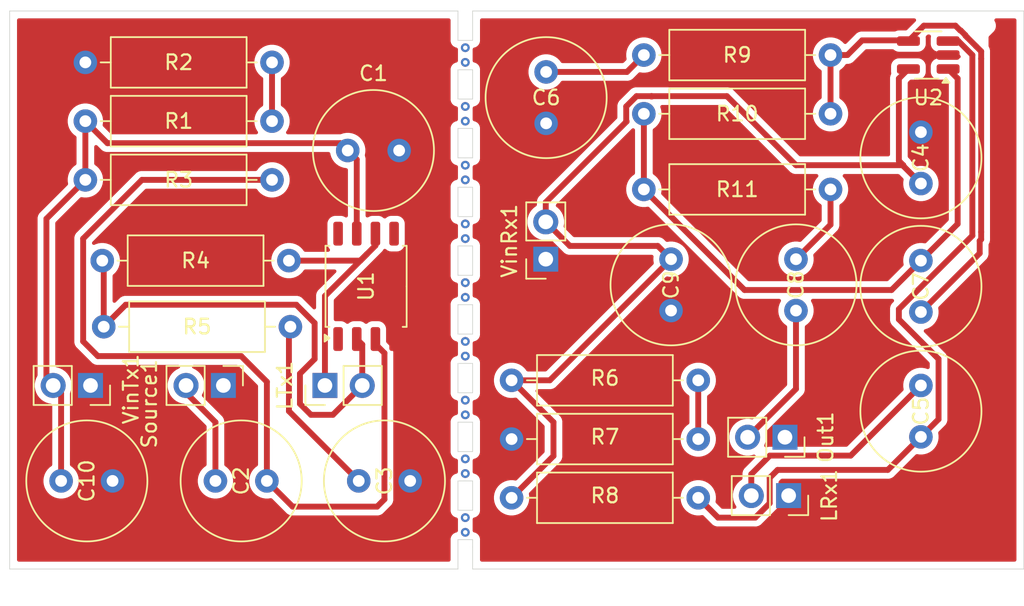
<source format=kicad_pcb>
(kicad_pcb (version 20241229) (generator "pcbnew") (generator_version "9.0")
  (layers (0 "F.Cu" signal) (2 "B.Cu" signal) (13 "F.Paste" user) (15 "B.Paste" user) (5 "F.SilkS" user "F.Silkscreen") (7 "B.SilkS" user "B.Silkscreen") (1 "F.Mask" user) (3 "B.Mask" user) (25 "Edge.Cuts" user))
  (net 0 "")
  (net 1 "GND2")
  (net 2 "GND1")
  (net 3 "VCC")
  (net 4 "Net-(Source1-Pin_2)")
  (net 5 "Net-(U1A-+)")
  (net 6 "Net-(C3-Pad1)")
  (net 7 "VDD")
  (net 8 "Net-(U2A-+)")
  (net 9 "Net-(C6-Pad1)")
  (net 10 "Net-(C7-Pad1)")
  (net 11 "Net-(U2A--)")
  (net 12 "Net-(C8-Pad1)")
  (net 13 "Net-(R1-Pad2)")
  (net 14 "Net-(LTx1-Pin_1)")
  (net 15 "Net-(LTx1-Pin_2)")
  (net 16 "Net-(R6-Pad2)")
  (net 17 "Net-(LRx1-Pin_2)")
  (net 18 "Net-(Out1-Pin_2)")
  (footprint "Resistor_THT:R_Axial_DIN0309_L9.0mm_D3.2mm_P12.70mm_Horizontal" (layer "F.Cu") (at 68.5 50 180)
    (property "Reference" "R4" (at 6.35 0 0) (layer "F.SilkS"))
    (property "Value" "R")
    (fp_line (start 11.66 0) (end 10.97 0) (stroke (width 0.12)) (layer "F.SilkS"))
    (fp_line (start 10.97 1.72) (end 10.97 -1.72) (stroke (width 0.12)) (layer "F.SilkS"))
    (fp_line (start 10.97 -1.72) (end 1.73 -1.72) (stroke (width 0.12)) (layer "F.SilkS"))
    (fp_line (start 1.73 1.72) (end 10.97 1.72) (stroke (width 0.12)) (layer "F.SilkS"))
    (fp_line (start 1.73 -1.72) (end 1.73 1.72) (stroke (width 0.12)) (layer "F.SilkS"))
    (fp_line (start 1.04 0) (end 1.73 0) (stroke (width 0.12)) (layer "F.SilkS"))
    (pad "1" thru_hole circle (at 0 0 180) (size 1.6 1.6) (drill 0.8) (layers "*.Cu" "*.Mask") (net 14 "Net-(LTx1-Pin_1)"))
    (pad "2" thru_hole oval (at 12.7 0 180) (size 1.6 1.6) (drill 0.8) (layers "*.Cu" "*.Mask") (net 15 "Net-(LTx1-Pin_2)"))
  )
  (footprint "Resistor_THT:R_Axial_DIN0309_L9.0mm_D3.2mm_P12.70mm_Horizontal" (layer "F.Cu") (at 54.65 40.5)
    (property "Reference" "R1" (at 6.35 0 0) (layer "F.SilkS"))
    (property "Value" "R")
    (fp_line (start 1.04 0) (end 1.73 0) (stroke (width 0.12)) (layer "F.SilkS"))
    (fp_line (start 1.73 -1.72) (end 1.73 1.72) (stroke (width 0.12)) (layer "F.SilkS"))
    (fp_line (start 1.73 1.72) (end 10.97 1.72) (stroke (width 0.12)) (layer "F.SilkS"))
    (fp_line (start 10.97 -1.72) (end 1.73 -1.72) (stroke (width 0.12)) (layer "F.SilkS"))
    (fp_line (start 10.97 1.72) (end 10.97 -1.72) (stroke (width 0.12)) (layer "F.SilkS"))
    (fp_line (start 11.66 0) (end 10.97 0) (stroke (width 0.12)) (layer "F.SilkS"))
    (pad "1" thru_hole circle (at 0 0) (size 1.6 1.6) (drill 0.8) (layers "*.Cu" "*.Mask") (net 3 "VCC"))
    (pad "2" thru_hole oval (at 12.7 0) (size 1.6 1.6) (drill 0.8) (layers "*.Cu" "*.Mask") (net 13 "Net-(R1-Pad2)"))
  )
  (footprint "Capacitor_THT:C_Radial_D8.0mm_H11.5mm_P3.50mm" (layer "F.Cu") (at 72.5 42.5)
    (property "Reference" "C1" (at 1.75 -5.25 0) (layer "F.SilkS"))
    (property "Value" "C")
    (fp_circle (center 1.75 0) (end 5.87 0) (stroke (width 0.12)) (fill no) (layer "F.SilkS"))
    (pad "1" thru_hole circle (at 0 0) (size 1.6 1.6) (drill 0.8) (layers "*.Cu" "*.Mask") (net 3 "VCC"))
    (pad "2" thru_hole circle (at 3.5 0) (size 1.6 1.6) (drill 0.8) (layers "*.Cu" "*.Mask") (net 2 "GND1"))
  )
  (footprint "Capacitor_THT:C_Radial_D8.0mm_H11.5mm_P3.50mm" (layer "F.Cu") (at 111.5 50 -90)
    (property "Reference" "C7" (at 1.75 0 90) (layer "F.SilkS"))
    (property "Value" "C")
    (fp_circle (center 1.75 0) (end 5.87 0) (stroke (width 0.12)) (fill no) (layer "F.SilkS"))
    (pad "1" thru_hole circle (at 0 0 270) (size 1.6 1.6) (drill 0.8) (layers "*.Cu" "*.Mask") (net 10 "Net-(C7-Pad1)"))
    (pad "2" thru_hole circle (at 3.5 0 270) (size 1.6 1.6) (drill 0.8) (layers "*.Cu" "*.Mask") (net 11 "Net-(U2A--)"))
  )
  (footprint "Capacitor_THT:C_Radial_D8.0mm_H11.5mm_P3.50mm" (layer "F.Cu") (at 67 65 180)
    (property "Reference" "C2" (at 1.75 0 90) (layer "F.SilkS"))
    (property "Value" "C")
    (fp_circle (center 1.75 0) (end 5.87 0) (stroke (width 0.12)) (fill no) (layer "F.SilkS"))
    (pad "1" thru_hole circle (at 0 0 180) (size 1.6 1.6) (drill 0.8) (layers "*.Cu" "*.Mask") (net 5 "Net-(U1A-+)"))
    (pad "2" thru_hole circle (at 3.5 0 180) (size 1.6 1.6) (drill 0.8) (layers "*.Cu" "*.Mask") (net 4 "Net-(Source1-Pin_2)"))
  )
  (footprint "Resistor_THT:R_Axial_DIN0309_L9.0mm_D3.2mm_P12.70mm_Horizontal" (layer "F.Cu") (at 55.9 54.5)
    (property "Reference" "R5" (at 6.35 0 0) (layer "F.SilkS"))
    (property "Value" "R")
    (fp_line (start 1.04 0) (end 1.73 0) (stroke (width 0.12)) (layer "F.SilkS"))
    (fp_line (start 1.73 -1.72) (end 1.73 1.72) (stroke (width 0.12)) (layer "F.SilkS"))
    (fp_line (start 1.73 1.72) (end 10.97 1.72) (stroke (width 0.12)) (layer "F.SilkS"))
    (fp_line (start 10.97 -1.72) (end 1.73 -1.72) (stroke (width 0.12)) (layer "F.SilkS"))
    (fp_line (start 10.97 1.72) (end 10.97 -1.72) (stroke (width 0.12)) (layer "F.SilkS"))
    (fp_line (start 11.66 0) (end 10.97 0) (stroke (width 0.12)) (layer "F.SilkS"))
    (pad "1" thru_hole circle (at 0 0) (size 1.6 1.6) (drill 0.8) (layers "*.Cu" "*.Mask") (net 15 "Net-(LTx1-Pin_2)"))
    (pad "2" thru_hole oval (at 12.7 0) (size 1.6 1.6) (drill 0.8) (layers "*.Cu" "*.Mask") (net 6 "Net-(C3-Pad1)"))
  )
  (footprint "Connector_PinSocket_2.54mm:PinSocket_1x02_P2.54mm_Vertical" (layer "F.Cu") (at 102.25 62.025 -90)
    (property "Reference" "Out1" (at 0 -2.77 90) (layer "F.SilkS"))
    (property "Value" "Conn_01x02_Socket")
    (fp_line (start -1.33 3.87) (end 1.33 3.87) (stroke (width 0.12)) (layer "F.SilkS"))
    (fp_line (start -1.33 1.27) (end -1.33 3.87) (stroke (width 0.12)) (layer "F.SilkS"))
    (fp_line (start -1.33 1.27) (end 1.33 1.27) (stroke (width 0.12)) (layer "F.SilkS"))
    (fp_line (start 1.33 1.27) (end 1.33 3.87) (stroke (width 0.12)) (layer "F.SilkS"))
    (fp_line (start 0 -1.33) (end 1.33 -1.33) (stroke (width 0.12)) (layer "F.SilkS"))
    (fp_line (start 1.33 -1.33) (end 1.33 0) (stroke (width 0.12)) (layer "F.SilkS"))
    (pad "1" thru_hole rect (at 0 0 270) (size 1.7 1.7) (drill 1) (layers "*.Cu" "*.Mask") (net 1 "GND2"))
    (pad "2" thru_hole oval (at 0 2.54 270) (size 1.7 1.7) (drill 1) (layers "*.Cu" "*.Mask") (net 18 "Net-(Out1-Pin_2)"))
  )
  (footprint "Resistor_THT:R_Axial_DIN0309_L9.0mm_D3.2mm_P12.70mm_Horizontal" (layer "F.Cu") (at 105.35 36 180)
    (property "Reference" "R9" (at 6.35 0 0) (layer "F.SilkS"))
    (property "Value" "R")
    (fp_line (start 11.66 0) (end 10.97 0) (stroke (width 0.12)) (layer "F.SilkS"))
    (fp_line (start 10.97 1.72) (end 10.97 -1.72) (stroke (width 0.12)) (layer "F.SilkS"))
    (fp_line (start 10.97 -1.72) (end 1.73 -1.72) (stroke (width 0.12)) (layer "F.SilkS"))
    (fp_line (start 1.73 1.72) (end 10.97 1.72) (stroke (width 0.12)) (layer "F.SilkS"))
    (fp_line (start 1.73 -1.72) (end 1.73 1.72) (stroke (width 0.12)) (layer "F.SilkS"))
    (fp_line (start 1.04 0) (end 1.73 0) (stroke (width 0.12)) (layer "F.SilkS"))
    (pad "1" thru_hole circle (at 0 0 180) (size 1.6 1.6) (drill 0.8) (layers "*.Cu" "*.Mask") (net 11 "Net-(U2A--)"))
    (pad "2" thru_hole oval (at 12.7 0 180) (size 1.6 1.6) (drill 0.8) (layers "*.Cu" "*.Mask") (net 9 "Net-(C6-Pad1)"))
  )
  (footprint "Capacitor_THT:C_Radial_D8.0mm_H11.5mm_P3.50mm" (layer "F.Cu") (at 111.5 62 90)
    (property "Reference" "C5" (at 1.75 0 90) (layer "F.SilkS"))
    (property "Value" "C")
    (fp_circle (center 1.75 0) (end 5.87 0) (stroke (width 0.12)) (fill no) (layer "F.SilkS"))
    (pad "1" thru_hole circle (at 0 0 90) (size 1.6 1.6) (drill 0.8) (layers "*.Cu" "*.Mask") (net 8 "Net-(U2A-+)"))
    (pad "2" thru_hole circle (at 3.5 0 90) (size 1.6 1.6) (drill 0.8) (layers "*.Cu" "*.Mask") (net 17 "Net-(LRx1-Pin_2)"))
  )
  (footprint "Capacitor_THT:C_Radial_D8.0mm_H11.5mm_P3.50mm" (layer "F.Cu") (at 53 65)
    (property "Reference" "C10" (at 1.75 0 90) (layer "F.SilkS"))
    (property "Value" "C")
    (fp_circle (center 1.75 0) (end 5.87 0) (stroke (width 0.12)) (fill no) (layer "F.SilkS"))
    (pad "1" thru_hole circle (at 0 0) (size 1.6 1.6) (drill 0.8) (layers "*.Cu" "*.Mask") (net 3 "VCC"))
    (pad "2" thru_hole circle (at 3.5 0) (size 1.6 1.6) (drill 0.8) (layers "*.Cu" "*.Mask") (net 2 "GND1"))
  )
  (footprint "Resistor_THT:R_Axial_DIN0309_L9.0mm_D3.2mm_P12.70mm_Horizontal" (layer "F.Cu") (at 83.65 58.15)
    (property "Reference" "R6" (at 6.35 -0.15 0) (layer "F.SilkS"))
    (property "Value" "R")
    (fp_line (start 1.04 0) (end 1.73 0) (stroke (width 0.12)) (layer "F.SilkS"))
    (fp_line (start 1.73 -1.72) (end 1.73 1.72) (stroke (width 0.12)) (layer "F.SilkS"))
    (fp_line (start 1.73 1.72) (end 10.97 1.72) (stroke (width 0.12)) (layer "F.SilkS"))
    (fp_line (start 10.97 -1.72) (end 1.73 -1.72) (stroke (width 0.12)) (layer "F.SilkS"))
    (fp_line (start 10.97 1.72) (end 10.97 -1.72) (stroke (width 0.12)) (layer "F.SilkS"))
    (fp_line (start 11.66 0) (end 10.97 0) (stroke (width 0.12)) (layer "F.SilkS"))
    (pad "1" thru_hole circle (at 0 0) (size 1.6 1.6) (drill 0.8) (layers "*.Cu" "*.Mask") (net 7 "VDD"))
    (pad "2" thru_hole oval (at 12.7 0) (size 1.6 1.6) (drill 0.8) (layers "*.Cu" "*.Mask") (net 16 "Net-(R6-Pad2)"))
  )
  (footprint "Resistor_THT:R_Axial_DIN0309_L9.0mm_D3.2mm_P12.70mm_Horizontal" (layer "F.Cu") (at 92.65 40)
    (property "Reference" "R10" (at 6.35 0 0) (layer "F.SilkS"))
    (property "Value" "R")
    (fp_line (start 1.04 0) (end 1.73 0) (stroke (width 0.12)) (layer "F.SilkS"))
    (fp_line (start 1.73 -1.72) (end 1.73 1.72) (stroke (width 0.12)) (layer "F.SilkS"))
    (fp_line (start 1.73 1.72) (end 10.97 1.72) (stroke (width 0.12)) (layer "F.SilkS"))
    (fp_line (start 10.97 -1.72) (end 1.73 -1.72) (stroke (width 0.12)) (layer "F.SilkS"))
    (fp_line (start 10.97 1.72) (end 10.97 -1.72) (stroke (width 0.12)) (layer "F.SilkS"))
    (fp_line (start 11.66 0) (end 10.97 0) (stroke (width 0.12)) (layer "F.SilkS"))
    (pad "1" thru_hole circle (at 0 0) (size 1.6 1.6) (drill 0.8) (layers "*.Cu" "*.Mask") (net 10 "Net-(C7-Pad1)"))
    (pad "2" thru_hole oval (at 12.7 0) (size 1.6 1.6) (drill 0.8) (layers "*.Cu" "*.Mask") (net 11 "Net-(U2A--)"))
  )
  (footprint "Capacitor_THT:C_Radial_D8.0mm_H11.5mm_P3.50mm" (layer "F.Cu") (at 94.5 49.9 -90)
    (property "Reference" "C9" (at 1.75 0 90) (layer "F.SilkS"))
    (property "Value" "C")
    (fp_circle (center 1.75 0) (end 5.87 0) (stroke (width 0.12)) (fill no) (layer "F.SilkS"))
    (pad "1" thru_hole circle (at 0 0 270) (size 1.6 1.6) (drill 0.8) (layers "*.Cu" "*.Mask") (net 7 "VDD"))
    (pad "2" thru_hole circle (at 3.5 0 270) (size 1.6 1.6) (drill 0.8) (layers "*.Cu" "*.Mask") (net 1 "GND2"))
  )
  (footprint "Connector_PinHeader_2.54mm:PinHeader_1x02_P2.54mm_Vertical" (layer "F.Cu") (at 64.04 58.5 -90)
    (property "Reference" "Source1" (at 1.25 5.04 90) (layer "F.SilkS"))
    (property "Value" "Conn_01x02_Socket")
    (fp_line (start -1.33 3.87) (end 1.33 3.87) (stroke (width 0.12)) (layer "F.SilkS"))
    (fp_line (start -1.33 1.27) (end -1.33 3.87) (stroke (width 0.12)) (layer "F.SilkS"))
    (fp_line (start -1.33 1.27) (end 1.33 1.27) (stroke (width 0.12)) (layer "F.SilkS"))
    (fp_line (start 1.33 1.27) (end 1.33 3.87) (stroke (width 0.12)) (layer "F.SilkS"))
    (fp_line (start -1.33 0) (end -1.33 -1.33) (stroke (width 0.12)) (layer "F.SilkS"))
    (fp_line (start -1.33 -1.33) (end 0 -1.33) (stroke (width 0.12)) (layer "F.SilkS"))
    (pad "1" thru_hole rect (at 0 0 270) (size 1.7 1.7) (drill 1) (layers "*.Cu" "*.Mask") (net 2 "GND1"))
    (pad "2" thru_hole oval (at 0 2.54 270) (size 1.7 1.7) (drill 1) (layers "*.Cu" "*.Mask") (net 4 "Net-(Source1-Pin_2)"))
  )
  (footprint "Capacitor_THT:C_Radial_D8.0mm_H11.5mm_P3.50mm" (layer "F.Cu") (at 73.25 65)
    (property "Reference" "C3" (at 1.75 0 90) (layer "F.SilkS"))
    (property "Value" "C")
    (fp_circle (center 1.75 0) (end 5.87 0) (stroke (width 0.12)) (fill no) (layer "F.SilkS"))
    (pad "1" thru_hole circle (at 0 0) (size 1.6 1.6) (drill 0.8) (layers "*.Cu" "*.Mask") (net 6 "Net-(C3-Pad1)"))
    (pad "2" thru_hole circle (at 3.5 0) (size 1.6 1.6) (drill 0.8) (layers "*.Cu" "*.Mask") (net 2 "GND1"))
  )
  (footprint "Connector_PinSocket_2.54mm:PinSocket_1x02_P2.54mm_Vertical" (layer "F.Cu") (at 102.5 66 -90)
    (property "Reference" "LRx1" (at 0 -2.77 90) (layer "F.SilkS"))
    (property "Value" "Conn_01x02_Socket")
    (fp_line (start -1.33 3.87) (end 1.33 3.87) (stroke (width 0.12)) (layer "F.SilkS"))
    (fp_line (start -1.33 1.27) (end -1.33 3.87) (stroke (width 0.12)) (layer "F.SilkS"))
    (fp_line (start -1.33 1.27) (end 1.33 1.27) (stroke (width 0.12)) (layer "F.SilkS"))
    (fp_line (start 1.33 1.27) (end 1.33 3.87) (stroke (width 0.12)) (layer "F.SilkS"))
    (fp_line (start 0 -1.33) (end 1.33 -1.33) (stroke (width 0.12)) (layer "F.SilkS"))
    (fp_line (start 1.33 -1.33) (end 1.33 0) (stroke (width 0.12)) (layer "F.SilkS"))
    (pad "1" thru_hole rect (at 0 0 270) (size 1.7 1.7) (drill 1) (layers "*.Cu" "*.Mask") (net 1 "GND2"))
    (pad "2" thru_hole oval (at 0 2.54 270) (size 1.7 1.7) (drill 1) (layers "*.Cu" "*.Mask") (net 17 "Net-(LRx1-Pin_2)"))
  )
  (footprint "Resistor_THT:R_Axial_DIN0309_L9.0mm_D3.2mm_P12.70mm_Horizontal" (layer "F.Cu") (at 83.65 66.15)
    (property "Reference" "R8" (at 6.35 -0.15 0) (layer "F.SilkS"))
    (property "Value" "R")
    (fp_line (start 1.04 0) (end 1.73 0) (stroke (width 0.12)) (layer "F.SilkS"))
    (fp_line (start 1.73 -1.72) (end 1.73 1.72) (stroke (width 0.12)) (layer "F.SilkS"))
    (fp_line (start 1.73 1.72) (end 10.97 1.72) (stroke (width 0.12)) (layer "F.SilkS"))
    (fp_line (start 10.97 -1.72) (end 1.73 -1.72) (stroke (width 0.12)) (layer "F.SilkS"))
    (fp_line (start 10.97 1.72) (end 10.97 -1.72) (stroke (width 0.12)) (layer "F.SilkS"))
    (fp_line (start 11.66 0) (end 10.97 0) (stroke (width 0.12)) (layer "F.SilkS"))
    (pad "1" thru_hole circle (at 0 0) (size 1.6 1.6) (drill 0.8) (layers "*.Cu" "*.Mask") (net 7 "VDD"))
    (pad "2" thru_hole oval (at 12.7 0) (size 1.6 1.6) (drill 0.8) (layers "*.Cu" "*.Mask") (net 8 "Net-(U2A-+)"))
  )
  (footprint "Capacitor_THT:C_Radial_D8.0mm_H11.5mm_P3.50mm" (layer "F.Cu") (at 111.5 44.75 90)
    (property "Reference" "C4" (at 1.75 0 90) (layer "F.SilkS"))
    (property "Value" "C")
    (fp_circle (center 1.75 0) (end 5.87 0) (stroke (width 0.12)) (fill no) (layer "F.SilkS"))
    (pad "1" thru_hole circle (at 0 0 90) (size 1.6 1.6) (drill 0.8) (layers "*.Cu" "*.Mask") (net 7 "VDD"))
    (pad "2" thru_hole circle (at 3.5 0 90) (size 1.6 1.6) (drill 0.8) (layers "*.Cu" "*.Mask") (net 1 "GND2"))
  )
  (footprint "Package_TO_SOT_SMD:SOT-23-5_HandSoldering" (layer "F.Cu") (at 112 36 180)
    (property "Reference" "U2" (at 0 -2.9 0) (layer "F.SilkS"))
    (property "Value" "~")
    (fp_line (start 0.1 -1.61) (end 0.9 -1.61) (stroke (width 0.12)) (layer "F.SilkS"))
    (fp_line (start 0.1 -1.61) (end -0.7 -1.61) (stroke (width 0.12)) (layer "F.SilkS"))
    (fp_line (start -0.9 1.61) (end 0.9 1.61) (stroke (width 0.12)) (layer "F.SilkS"))
    (fp_poly (pts (xy -1.2 -1.56) (xy -1.44 -1.89) (xy -0.96 -1.89) (xy -1.2 -1.56)) (stroke (width 0.12)) (fill yes) (layer "F.SilkS"))
    (pad "1" smd roundrect (at -1.35 -0.95 180) (size 1.56 0.65) (layers "F.Cu" "F.Mask" "F.Paste") (net 10 "Net-(C7-Pad1)"))
    (pad "2" smd roundrect (at -1.35 0 180) (size 1.56 0.65) (layers "F.Cu" "F.Mask" "F.Paste") (net 1 "GND2"))
    (pad "3" smd roundrect (at -1.35 0.95 180) (size 1.56 0.65) (layers "F.Cu" "F.Mask" "F.Paste") (net 8 "Net-(U2A-+)"))
    (pad "4" smd roundrect (at 1.35 0.95 180) (size 1.56 0.65) (layers "F.Cu" "F.Mask" "F.Paste") (net 11 "Net-(U2A--)"))
    (pad "5" smd roundrect (at 1.35 -0.95 180) (size 1.56 0.65) (layers "F.Cu" "F.Mask" "F.Paste") (net 7 "VDD"))
  )
  (footprint "Resistor_THT:R_Axial_DIN0309_L9.0mm_D3.2mm_P12.70mm_Horizontal" (layer "F.Cu") (at 92.65 45.15)
    (property "Reference" "R11" (at 6.35 0 0) (layer "F.SilkS"))
    (property "Value" "R")
    (fp_line (start 1.04 0) (end 1.73 0) (stroke (width 0.12)) (layer "F.SilkS"))
    (fp_line (start 1.73 -1.72) (end 1.73 1.72) (stroke (width 0.12)) (layer "F.SilkS"))
    (fp_line (start 1.73 1.72) (end 10.97 1.72) (stroke (width 0.12)) (layer "F.SilkS"))
    (fp_line (start 10.97 -1.72) (end 1.73 -1.72) (stroke (width 0.12)) (layer "F.SilkS"))
    (fp_line (start 10.97 1.72) (end 10.97 -1.72) (stroke (width 0.12)) (layer "F.SilkS"))
    (fp_line (start 11.66 0) (end 10.97 0) (stroke (width 0.12)) (layer "F.SilkS"))
    (pad "1" thru_hole circle (at 0 0) (size 1.6 1.6) (drill 0.8) (layers "*.Cu" "*.Mask") (net 10 "Net-(C7-Pad1)"))
    (pad "2" thru_hole oval (at 12.7 0) (size 1.6 1.6) (drill 0.8) (layers "*.Cu" "*.Mask") (net 12 "Net-(C8-Pad1)"))
  )
  (footprint "Capacitor_THT:C_Radial_D8.0mm_H11.5mm_P3.50mm" (layer "F.Cu") (at 86 37.15 -90)
    (property "Reference" "C6" (at 1.75 0 180) (layer "F.SilkS"))
    (property "Value" "C")
    (fp_circle (center 1.75 0) (end 5.87 0) (stroke (width 0.12)) (fill no) (layer "F.SilkS"))
    (pad "1" thru_hole circle (at 0 0 270) (size 1.6 1.6) (drill 0.8) (layers "*.Cu" "*.Mask") (net 9 "Net-(C6-Pad1)"))
    (pad "2" thru_hole circle (at 3.5 0 270) (size 1.6 1.6) (drill 0.8) (layers "*.Cu" "*.Mask") (net 1 "GND2"))
  )
  (footprint "Connector_PinHeader_2.54mm:PinHeader_1x02_P2.54mm_Vertical" (layer "F.Cu") (at 70.95 58.5 90)
    (property "Reference" "LTx1" (at 0 -2.725 90) (layer "F.SilkS"))
    (property "Value" "Conn_01x02_Socket")
    (fp_line (start -1.33 -1.33) (end 0 -1.33) (stroke (width 0.12)) (layer "F.SilkS"))
    (fp_line (start -1.33 0) (end -1.33 -1.33) (stroke (width 0.12)) (layer "F.SilkS"))
    (fp_line (start 1.33 1.27) (end 1.33 3.87) (stroke (width 0.12)) (layer "F.SilkS"))
    (fp_line (start -1.33 1.27) (end 1.33 1.27) (stroke (width 0.12)) (layer "F.SilkS"))
    (fp_line (start -1.33 1.27) (end -1.33 3.87) (stroke (width 0.12)) (layer "F.SilkS"))
    (fp_line (start -1.33 3.87) (end 1.33 3.87) (stroke (width 0.12)) (layer "F.SilkS"))
    (pad "1" thru_hole rect (at 0 0 90) (size 1.7 1.7) (drill 1) (layers "*.Cu" "*.Mask") (net 14 "Net-(LTx1-Pin_1)"))
    (pad "2" thru_hole oval (at 0 2.54 90) (size 1.7 1.7) (drill 1) (layers "*.Cu" "*.Mask") (net 15 "Net-(LTx1-Pin_2)"))
  )
  (footprint "Connector_PinSocket_2.54mm:PinSocket_1x02_P2.54mm_Vertical" (layer "F.Cu") (at 55 58.5 -90)
    (property "Reference" "VinTx1" (at 0.25 -2.75 90) (layer "F.SilkS"))
    (property "Value" "Conn_01x02_Socket")
    (fp_line (start -1.33 3.87) (end 1.33 3.87) (stroke (width 0.12)) (layer "F.SilkS"))
    (fp_line (start -1.33 1.27) (end -1.33 3.87) (stroke (width 0.12)) (layer "F.SilkS"))
    (fp_line (start -1.33 1.27) (end 1.33 1.27) (stroke (width 0.12)) (layer "F.SilkS"))
    (fp_line (start 1.33 1.27) (end 1.33 3.87) (stroke (width 0.12)) (layer "F.SilkS"))
    (fp_line (start 0 -1.33) (end 1.33 -1.33) (stroke (width 0.12)) (layer "F.SilkS"))
    (fp_line (start 1.33 -1.33) (end 1.33 0) (stroke (width 0.12)) (layer "F.SilkS"))
    (pad "1" thru_hole rect (at 0 0 270) (size 1.7 1.7) (drill 1) (layers "*.Cu" "*.Mask") (net 2 "GND1"))
    (pad "2" thru_hole oval (at 0 2.54 270) (size 1.7 1.7) (drill 1) (layers "*.Cu" "*.Mask") (net 3 "VCC"))
  )
  (footprint "Resistor_THT:R_Axial_DIN0309_L9.0mm_D3.2mm_P12.70mm_Horizontal" (layer "F.Cu") (at 96.35 62.15 180)
    (property "Reference" "R7" (at 6.35 0.15 0) (layer "F.SilkS"))
    (property "Value" "R")
    (fp_line (start 11.66 0) (end 10.97 0) (stroke (width 0.12)) (layer "F.SilkS"))
    (fp_line (start 10.97 1.72) (end 10.97 -1.72) (stroke (width 0.12)) (layer "F.SilkS"))
    (fp_line (start 10.97 -1.72) (end 1.73 -1.72) (stroke (width 0.12)) (layer "F.SilkS"))
    (fp_line (start 1.73 1.72) (end 10.97 1.72) (stroke (width 0.12)) (layer "F.SilkS"))
    (fp_line (start 1.73 -1.72) (end 1.73 1.72) (stroke (width 0.12)) (layer "F.SilkS"))
    (fp_line (start 1.04 0) (end 1.73 0) (stroke (width 0.12)) (layer "F.SilkS"))
    (pad "1" thru_hole circle (at 0 0 180) (size 1.6 1.6) (drill 0.8) (layers "*.Cu" "*.Mask") (net 16 "Net-(R6-Pad2)"))
    (pad "2" thru_hole oval (at 12.7 0 180) (size 1.6 1.6) (drill 0.8) (layers "*.Cu" "*.Mask") (net 1 "GND2"))
  )
  (footprint "Connector_PinSocket_2.54mm:PinSocket_1x02_P2.54mm_Vertical" (layer "F.Cu") (at 85.975 49.9 180)
    (property "Reference" "VinRx1" (at 2.475 1.25 90) (layer "F.SilkS"))
    (property "Value" "Conn_01x02_Socket")
    (fp_line (start 1.33 1.27) (end 1.33 3.87) (stroke (width 0.12)) (layer "F.SilkS"))
    (fp_line (start 1.33 -1.33) (end 1.33 0) (stroke (width 0.12)) (layer "F.SilkS"))
    (fp_line (start 0 -1.33) (end 1.33 -1.33) (stroke (width 0.12)) (layer "F.SilkS"))
    (fp_line (start -1.33 3.87) (end 1.33 3.87) (stroke (width 0.12)) (layer "F.SilkS"))
    (fp_line (start -1.33 1.27) (end 1.33 1.27) (stroke (width 0.12)) (layer "F.SilkS"))
    (fp_line (start -1.33 1.27) (end -1.33 3.87) (stroke (width 0.12)) (layer "F.SilkS"))
    (pad "1" thru_hole rect (at 0 0 180) (size 1.7 1.7) (drill 1) (layers "*.Cu" "*.Mask") (net 1 "GND2"))
    (pad "2" thru_hole oval (at 0 2.54 180) (size 1.7 1.7) (drill 1) (layers "*.Cu" "*.Mask") (net 7 "VDD"))
  )
  (footprint "Resistor_THT:R_Axial_DIN0309_L9.0mm_D3.2mm_P12.70mm_Horizontal" (layer "F.Cu") (at 67.35 36.5 180)
    (property "Reference" "R2" (at 6.35 0 0) (layer "F.SilkS"))
    (property "Value" "R")
    (fp_line (start 11.66 0) (end 10.97 0) (stroke (width 0.12)) (layer "F.SilkS"))
    (fp_line (start 10.97 1.72) (end 10.97 -1.72) (stroke (width 0.12)) (layer "F.SilkS"))
    (fp_line (start 10.97 -1.72) (end 1.73 -1.72) (stroke (width 0.12)) (layer "F.SilkS"))
    (fp_line (start 1.73 1.72) (end 10.97 1.72) (stroke (width 0.12)) (layer "F.SilkS"))
    (fp_line (start 1.73 -1.72) (end 1.73 1.72) (stroke (width 0.12)) (layer "F.SilkS"))
    (fp_line (start 1.04 0) (end 1.73 0) (stroke (width 0.12)) (layer "F.SilkS"))
    (pad "1" thru_hole circle (at 0 0 180) (size 1.6 1.6) (drill 0.8) (layers "*.Cu" "*.Mask") (net 13 "Net-(R1-Pad2)"))
    (pad "2" thru_hole oval (at 12.7 0 180) (size 1.6 1.6) (drill 0.8) (layers "*.Cu" "*.Mask") (net 2 "GND1"))
  )
  (footprint "Capacitor_THT:C_Radial_D8.0mm_H11.5mm_P3.50mm" (layer "F.Cu") (at 103 49.9 -90)
    (property "Reference" "C8" (at 1.75 0 90) (layer "F.SilkS"))
    (property "Value" "C")
    (fp_circle (center 1.75 0) (end 5.87 0) (stroke (width 0.12)) (fill no) (layer "F.SilkS"))
    (pad "1" thru_hole circle (at 0 0 270) (size 1.6 1.6) (drill 0.8) (layers "*.Cu" "*.Mask") (net 12 "Net-(C8-Pad1)"))
    (pad "2" thru_hole circle (at 3.5 0 270) (size 1.6 1.6) (drill 0.8) (layers "*.Cu" "*.Mask") (net 18 "Net-(Out1-Pin_2)"))
  )
  (footprint "Package_SO:SOIC-8_5.3x5.3mm_P1.27mm" (layer "F.Cu") (at 73.75 51.75 90)
    (property "Reference" "U1" (at 0 0 90) (layer "F.SilkS"))
    (property "Value" "~")
    (fp_line (start 2.76 -2.76) (end 2.76 -2.49) (stroke (width 0.12)) (layer "F.SilkS"))
    (fp_line (start 0 -2.76) (end 2.76 -2.76) (stroke (width 0.12)) (layer "F.SilkS"))
    (fp_line (start 0 -2.76) (end -2.76 -2.76) (stroke (width 0.12)) (layer "F.SilkS"))
    (fp_line (start -2.76 -2.76) (end -2.76 -2.49) (stroke (width 0.12)) (layer "F.SilkS"))
    (fp_line (start 2.76 2.76) (end 2.76 2.49) (stroke (width 0.12)) (layer "F.SilkS"))
    (fp_line (start 0 2.76) (end 2.76 2.76) (stroke (width 0.12)) (layer "F.SilkS"))
    (fp_line (start 0 2.76) (end -2.76 2.76) (stroke (width 0.12)) (layer "F.SilkS"))
    (fp_line (start -2.76 2.76) (end -2.76 2.49) (stroke (width 0.12)) (layer "F.SilkS"))
    (fp_poly (pts (xy -3.525 -2.49) (xy -3.765 -2.82) (xy -3.285 -2.82) (xy -3.525 -2.49)) (stroke (width 0.12)) (fill yes) (layer "F.SilkS"))
    (pad "1" smd roundrect (at -3.5875 -1.905 90) (size 1.625 0.65) (layers "F.Cu" "F.Mask" "F.Paste"))
    (pad "2" smd roundrect (at -3.5875 -0.635 90) (size 1.625 0.65) (layers "F.Cu" "F.Mask" "F.Paste") (net 15 "Net-(LTx1-Pin_2)"))
    (pad "3" smd roundrect (at -3.5875 0.635 90) (size 1.625 0.65) (layers "F.Cu" "F.Mask" "F.Paste") (net 5 "Net-(U1A-+)"))
    (pad "4" smd roundrect (at -3.5875 1.905 90) (size 1.625 0.65) (layers "F.Cu" "F.Mask" "F.Paste") (net 2 "GND1"))
    (pad "5" smd roundrect (at 3.5875 1.905 90) (size 1.625 0.65) (layers "F.Cu" "F.Mask" "F.Paste"))
    (pad "6" smd roundrect (at 3.5875 0.635 90) (size 1.625 0.65) (layers "F.Cu" "F.Mask" "F.Paste") (net 14 "Net-(LTx1-Pin_1)"))
    (pad "7" smd roundrect (at 3.5875 -0.635 90) (size 1.625 0.65) (layers "F.Cu" "F.Mask" "F.Paste") (net 3 "VCC"))
    (pad "8" smd roundrect (at 3.5875 -1.905 90) (size 1.625 0.65) (layers "F.Cu" "F.Mask" "F.Paste"))
  )
  (footprint "Resistor_THT:R_Axial_DIN0309_L9.0mm_D3.2mm_P12.70mm_Horizontal" (layer "F.Cu") (at 54.65 44.5)
    (property "Reference" "R3" (at 6.35 0 0) (layer "F.SilkS"))
    (property "Value" "R")
    (fp_line (start 1.04 0) (end 1.73 0) (stroke (width 0.12)) (layer "F.SilkS"))
    (fp_line (start 1.73 -1.72) (end 1.73 1.72) (stroke (width 0.12)) (layer "F.SilkS"))
    (fp_line (start 1.73 1.72) (end 10.97 1.72) (stroke (width 0.12)) (layer "F.SilkS"))
    (fp_line (start 10.97 -1.72) (end 1.73 -1.72) (stroke (width 0.12)) (layer "F.SilkS"))
    (fp_line (start 10.97 1.72) (end 10.97 -1.72) (stroke (width 0.12)) (layer "F.SilkS"))
    (fp_line (start 11.66 0) (end 10.97 0) (stroke (width 0.12)) (layer "F.SilkS"))
    (pad "1" thru_hole circle (at 0 0) (size 1.6 1.6) (drill 0.8) (layers "*.Cu" "*.Mask") (net 3 "VCC"))
    (pad "2" thru_hole oval (at 12.7 0) (size 1.6 1.6) (drill 0.8) (layers "*.Cu" "*.Mask") (net 5 "Net-(U1A-+)"))
  )
  (gr_line (start 81 37) (end 81 39) (stroke (width 0.05)) (layer "Edge.Cuts"))
  (gr_line (start 81 63) (end 80 63) (stroke (width 0.05)) (layer "Edge.Cuts"))
  (gr_line (start 81 67) (end 80 67) (stroke (width 0.05)) (layer "Edge.Cuts"))
  (gr_line (start 80 45) (end 81 45) (stroke (width 0.05)) (layer "Edge.Cuts"))
  (gr_line (start 81 59) (end 80 59) (stroke (width 0.05)) (layer "Edge.Cuts"))
  (gr_line (start 49.5 33) (end 49.5 71) (stroke (width 0.05)) (layer "Edge.Cuts"))
  (gr_line (start 81 51) (end 80 51) (stroke (width 0.05)) (layer "Edge.Cuts"))
  (gr_line (start 81 49) (end 81 51) (stroke (width 0.05)) (layer "Edge.Cuts"))
  (gr_line (start 81 57) (end 81 59) (stroke (width 0.05)) (layer "Edge.Cuts"))
  (gr_line (start 80 39) (end 80 37) (stroke (width 0.05)) (layer "Edge.Cuts"))
  (gr_line (start 81 61) (end 81 63) (stroke (width 0.05)) (layer "Edge.Cuts"))
  (gr_line (start 80 57) (end 81 57) (stroke (width 0.05)) (layer "Edge.Cuts"))
  (gr_line (start 80 49) (end 81 49) (stroke (width 0.05)) (layer "Edge.Cuts"))
  (gr_line (start 118.5 33) (end 81 33) (stroke (width 0.05)) (layer "Edge.Cuts"))
  (gr_line (start 80 53) (end 81 53) (stroke (width 0.05)) (layer "Edge.Cuts"))
  (gr_line (start 80 33) (end 49.5 33) (stroke (width 0.05)) (layer "Edge.Cuts"))
  (gr_line (start 80 51) (end 80 49) (stroke (width 0.05)) (layer "Edge.Cuts"))
  (gr_line (start 80 61) (end 81 61) (stroke (width 0.05)) (layer "Edge.Cuts"))
  (gr_line (start 81 69) (end 81 69.5) (stroke (width 0.05)) (layer "Edge.Cuts"))
  (gr_line (start 80 69) (end 81 69) (stroke (width 0.05)) (layer "Edge.Cuts"))
  (gr_line (start 81 47) (end 80 47) (stroke (width 0.05)) (layer "Edge.Cuts"))
  (gr_line (start 80 71) (end 80 69) (stroke (width 0.05)) (layer "Edge.Cuts"))
  (gr_line (start 80 67) (end 80 65) (stroke (width 0.05)) (layer "Edge.Cuts"))
  (gr_line (start 81 39) (end 80 39) (stroke (width 0.05)) (layer "Edge.Cuts"))
  (gr_line (start 80 59) (end 80 57) (stroke (width 0.05)) (layer "Edge.Cuts"))
  (gr_line (start 80 41) (end 81 41) (stroke (width 0.05)) (layer "Edge.Cuts"))
  (gr_line (start 81 33) (end 81 35) (stroke (width 0.05)) (layer "Edge.Cuts"))
  (gr_line (start 118.5 71) (end 118.5 33) (stroke (width 0.05)) (layer "Edge.Cuts"))
  (gr_line (start 80 63) (end 80 61) (stroke (width 0.05)) (layer "Edge.Cuts"))
  (gr_line (start 80 43) (end 80 41) (stroke (width 0.05)) (layer "Edge.Cuts"))
  (gr_line (start 81 45) (end 81 47) (stroke (width 0.05)) (layer "Edge.Cuts"))
  (gr_line (start 80 65) (end 81 65) (stroke (width 0.05)) (layer "Edge.Cuts"))
  (gr_line (start 80 47) (end 80 45) (stroke (width 0.05)) (layer "Edge.Cuts"))
  (gr_line (start 80 37) (end 81 37) (stroke (width 0.05)) (layer "Edge.Cuts"))
  (gr_line (start 81 43) (end 80 43) (stroke (width 0.05)) (layer "Edge.Cuts"))
  (gr_line (start 81 69.5) (end 81 71) (stroke (width 0.05)) (layer "Edge.Cuts"))
  (gr_line (start 81 55) (end 80 55) (stroke (width 0.05)) (layer "Edge.Cuts"))
  (gr_line (start 81 65) (end 81 67) (stroke (width 0.05)) (layer "Edge.Cuts"))
  (gr_line (start 80 35) (end 80 33) (stroke (width 0.05)) (layer "Edge.Cuts"))
  (gr_line (start 81 53) (end 81 55) (stroke (width 0.05)) (layer "Edge.Cuts"))
  (gr_line (start 81 35) (end 80 35) (stroke (width 0.05)) (layer "Edge.Cuts"))
  (gr_line (start 81 41) (end 81 43) (stroke (width 0.05)) (layer "Edge.Cuts"))
  (gr_line (start 80 55) (end 80 53) (stroke (width 0.05)) (layer "Edge.Cuts"))
  (gr_line (start 81 71) (end 118.5 71) (stroke (width 0.05)) (layer "Edge.Cuts"))
  (gr_line (start 49.5 71) (end 80 71) (stroke (width 0.05)) (layer "Edge.Cuts"))
  (via (at 80.5 68.5) (size 0.6) (drill 0.3) (layers "F.Cu" "B.Cu") (net 0))
  (via (at 80.5 67.5) (size 0.6) (drill 0.3) (layers "F.Cu" "B.Cu") (net 0))
  (via (at 80.5 64.5) (size 0.6) (drill 0.3) (layers "F.Cu" "B.Cu") (net 0))
  (via (at 80.5 59.5) (size 0.6) (drill 0.3) (layers "F.Cu" "B.Cu") (net 0))
  (via (at 80.5 60.5) (size 0.6) (drill 0.3) (layers "F.Cu" "B.Cu") (net 0))
  (via (at 80.5 36.5) (size 0.6) (drill 0.3) (layers "F.Cu" "B.Cu") (net 0))
  (via (at 80.5 51.5) (size 0.6) (drill 0.3) (layers "F.Cu" "B.Cu") (net 0))
  (via (at 80.5 52.5) (size 0.6) (drill 0.3) (layers "F.Cu" "B.Cu") (net 0))
  (via (at 80.5 48.5) (size 0.6) (drill 0.3) (layers "F.Cu" "B.Cu") (net 0))
  (via (at 80.5 47.5) (size 0.6) (drill 0.3) (layers "F.Cu" "B.Cu") (net 0))
  (via (at 80.5 43.5) (size 0.6) (drill 0.3) (layers "F.Cu" "B.Cu") (net 0))
  (via (at 80.5 44.5) (size 0.6) (drill 0.3) (layers "F.Cu" "B.Cu") (net 0))
  (via (at 80.5 63.5) (size 0.6) (drill 0.3) (layers "F.Cu" "B.Cu") (net 0))
  (via (at 80.5 40.5) (size 0.6) (drill 0.3) (layers "F.Cu" "B.Cu") (net 0))
  (via (at 80.5 56.5) (size 0.6) (drill 0.3) (layers "F.Cu" "B.Cu") (net 0))
  (via (at 80.5 55.5) (size 0.6) (drill 0.3) (layers "F.Cu" "B.Cu") (net 0))
  (via (at 80.5 35.5) (size 0.6) (drill 0.3) (layers "F.Cu" "B.Cu") (net 0))
  (via (at 80.5 39.5) (size 0.6) (drill 0.3) (layers "F.Cu" "B.Cu") (net 0))
  (segment (start 56.15 42) (end 72 42) (width 0.4) (layer "F.Cu") (net 3))
  (segment (start 73.115 43.115) (end 72.5 42.5) (width 0.4) (layer "F.Cu") (net 3))
  (segment (start 52 47.15) (end 54.65 44.5) (width 0.4) (layer "F.Cu") (net 3))
  (segment (start 53 59.04) (end 52.46 58.5) (width 0.4) (layer "F.Cu") (net 3))
  (segment (start 53 65) (end 53 59.04) (width 0.4) (layer "F.Cu") (net 3))
  (segment (start 72 42) (end 72.5 42.5) (width 0.4) (layer "F.Cu") (net 3))
  (segment (start 52.46 58.5) (end 52 58.04) (width 0.4) (layer "F.Cu") (net 3))
  (segment (start 54.65 40.5) (end 54.65 44.5) (width 0.4) (layer "F.Cu") (net 3))
  (segment (start 52 58.04) (end 52 47.15) (width 0.4) (layer "F.Cu") (net 3))
  (segment (start 54.65 40.5) (end 56.15 42) (width 0.4) (layer "F.Cu") (net 3))
  (segment (start 73.115 48.1625) (end 73.115 43.115) (width 0.4) (layer "F.Cu") (net 3))
  (segment (start 63.5 61) (end 63.5 65) (width 0.4) (layer "F.Cu") (net 4))
  (segment (start 61.5 58.5) (end 61.5 59) (width 0.4) (layer "F.Cu") (net 4))
  (segment (start 61.5 58.5) (end 61.5 58) (width 0.4) (layer "F.Cu") (net 4))
  (segment (start 61.5 59) (end 63.5 61) (width 0.4) (layer "F.Cu") (net 4))
  (segment (start 65.25 56.5) (end 67 58.25) (width 0.4) (layer "F.Cu") (net 5))
  (segment (start 74.385 55.681412) (end 75 56.296412) (width 0.4) (layer "F.Cu") (net 5))
  (segment (start 67.35 44.5) (end 58.5 44.5) (width 0.4) (layer "F.Cu") (net 5))
  (segment (start 54.5 55.5) (end 55.5 56.5) (width 0.4) (layer "F.Cu") (net 5))
  (segment (start 54.5 48.5) (end 54.5 55.5) (width 0.4) (layer "F.Cu") (net 5))
  (segment (start 67 58.25) (end 67 65) (width 0.4) (layer "F.Cu") (net 5))
  (segment (start 55.5 56.5) (end 65.25 56.5) (width 0.4) (layer "F.Cu") (net 5))
  (segment (start 74.5 66.75) (end 68.75 66.75) (width 0.4) (layer "F.Cu") (net 5))
  (segment (start 68.75 66.75) (end 67 65) (width 0.4) (layer "F.Cu") (net 5))
  (segment (start 74.385 55.3375) (end 74.385 55.681412) (width 0.4) (layer "F.Cu") (net 5))
  (segment (start 75 66.25) (end 74.5 66.75) (width 0.4) (layer "F.Cu") (net 5))
  (segment (start 58.5 44.5) (end 54.5 48.5) (width 0.4) (layer "F.Cu") (net 5))
  (segment (start 75 56.296412) (end 75 66.25) (width 0.4) (layer "F.Cu") (net 5))
  (segment (start 68.5 54.5) (end 68.5 60.25) (width 0.4) (layer "F.Cu") (net 6))
  (segment (start 68.5 60.25) (end 73.25 65) (width 0.4) (layer "F.Cu") (net 6))
  (segment (start 83.65 58.15) (end 86.25 58.15) (width 0.4) (layer "F.Cu") (net 7))
  (segment (start 110.299 43.5) (end 110 43.201) (width 0.4) (layer "F.Cu") (net 7))
  (segment (start 85.975 46.025) (end 91.475765 40.524235) (width 0.4) (layer "F.Cu") (net 7))
  (segment (start 91.475765 40.524235) (end 91.449 40.497471) (width 0.4) (layer "F.Cu") (net 7))
  (segment (start 103 43.5) (end 110.299 43.5) (width 0.4) (layer "F.Cu") (net 7))
  (segment (start 86.5 61) (end 86.5 63.3) (width 0.4) (layer "F.Cu") (net 7))
  (segment (start 87.615 49) (end 85.975 47.36) (width 0.4) (layer "F.Cu") (net 7))
  (segment (start 93.174236 38.825764) (end 93.201 38.799) (width 0.4) (layer "F.Cu") (net 7))
  (segment (start 110.299 43.549) (end 110.299 43.5) (width 0.4) (layer "F.Cu") (net 7))
  (segment (start 93.147471 38.799) (end 93.174236 38.825764) (width 0.4) (layer "F.Cu") (net 7))
  (segment (start 98.299 38.799) (end 103 43.5) (width 0.4) (layer "F.Cu") (net 7))
  (segment (start 110 43.201) (end 110 37.6) (width 0.4) (layer "F.Cu") (net 7))
  (segment (start 91.449 40.497471) (end 91.449 39.502529) (width 0.4) (layer "F.Cu") (net 7))
  (segment (start 92.152529 38.799) (end 93.147471 38.799) (width 0.4) (layer "F.Cu") (net 7))
  (segment (start 111.5 44.75) (end 110.299 43.549) (width 0.4) (layer "F.Cu") (net 7))
  (segment (start 110 37.6) (end 110.65 36.95) (width 0.4) (layer "F.Cu") (net 7))
  (segment (start 85.975 47.36) (end 85.975 46.025) (width 0.4) (layer "F.Cu") (net 7))
  (segment (start 86.25 58.15) (end 94.5 49.9) (width 0.4) (layer "F.Cu") (net 7))
  (segment (start 94.5 49.9) (end 93.6 49) (width 0.4) (layer "F.Cu") (net 7))
  (segment (start 86.5 63.3) (end 83.65 66.15) (width 0.4) (layer "F.Cu") (net 7))
  (segment (start 83.65 58.15) (end 86.5 61) (width 0.4) (layer "F.Cu") (net 7))
  (segment (start 93.6 49) (end 87.615 49) (width 0.4) (layer "F.Cu") (net 7))
  (segment (start 91.449 39.502529) (end 92.152529 38.799) (width 0.4) (layer "F.Cu") (net 7))
  (segment (start 93.201 38.799) (end 98.299 38.799) (width 0.4) (layer "F.Cu") (net 7))
  (segment (start 100.229182 67.5) (end 97.7 67.5) (width 0.4) (layer "F.Cu") (net 8))
  (segment (start 115 36) (end 114.05 35.05) (width 0.4) (layer "F.Cu") (net 8))
  (segment (start 109.25 64.25) (end 101.75 64.25) (width 0.4) (layer "F.Cu") (net 8))
  (segment (start 111.5 62) (end 109.25 64.25) (width 0.4) (layer "F.Cu") (net 8))
  (segment (start 112.701 56.701) (end 110 54) (width 0.4) (layer "F.Cu") (net 8))
  (segment (start 112.701 60.799) (end 112.701 56.701) (width 0.4) (layer "F.Cu") (net 8))
  (segment (start 101.211 66.518182) (end 100.229182 67.5) (width 0.4) (layer "F.Cu") (net 8))
  (segment (start 111.5 62) (end 112.701 60.799) (width 0.4) (layer "F.Cu") (net 8))
  (segment (start 101.75 64.25) (end 101.211 64.789) (width 0.4) (layer "F.Cu") (net 8))
  (segment (start 115 48.30153) (end 115 36) (width 0.4) (layer "F.Cu") (net 8))
  (segment (start 101.211 64.789) (end 101.211 66.518182) (width 0.4) (layer "F.Cu") (net 8))
  (segment (start 114.05 35.05) (end 113.35 35.05) (width 0.4) (layer "F.Cu") (net 8))
  (segment (start 110 53.30153) (end 115 48.30153) (width 0.4) (layer "F.Cu") (net 8))
  (segment (start 97.7 67.5) (end 96.35 66.15) (width 0.4) (layer "F.Cu") (net 8))
  (segment (start 110 54) (end 110 53.30153) (width 0.4) (layer "F.Cu") (net 8))
  (segment (start 86 37.15) (end 91.5 37.15) (width 0.4) (layer "F.Cu") (net 9))
  (segment (start 91.5 37.15) (end 92.65 36) (width 0.4) (layer "F.Cu") (net 9))
  (segment (start 92.65 45.15) (end 92.65 40) (width 0.4) (layer "F.Cu") (net 10))
  (segment (start 99.5 52) (end 109.5 52) (width 0.4) (layer "F.Cu") (net 10))
  (segment (start 111.5 50) (end 114 47.5) (width 0.4) (layer "F.Cu") (net 10))
  (segment (start 109.5 52) (end 111.5 50) (width 0.4) (layer "F.Cu") (net 10))
  (segment (start 114 37.6) (end 113.35 36.95) (width 0.4) (layer "F.Cu") (net 10))
  (segment (start 92.65 45.15) (end 99.5 52) (width 0.4) (layer "F.Cu") (net 10))
  (segment (start 114 47.5) (end 114 37.6) (width 0.4) (layer "F.Cu") (net 10))
  (segment (start 110.65 35.05) (end 110.6 35) (width 0.4) (layer "F.Cu") (net 11))
  (segment (start 113.849942 34) (end 111.7 34) (width 0.4) (layer "F.Cu") (net 11))
  (segment (start 115.601 48.550472) (end 115.601 48.052588) (width 0.4) (layer "F.Cu") (net 11))
  (segment (start 114.531 34.681058) (end 114.531 34.649588) (width 0.4) (layer "F.Cu") (net 11))
  (segment (start 111.7 34) (end 110.65 35.05) (width 0.4) (layer "F.Cu") (net 11))
  (segment (start 115.248942 35.399) (end 114.651 34.801058) (width 0.4) (layer "F.Cu") (net 11))
  (segment (start 115.601 48.052588) (end 115.601 36.248942) (width 0.4) (layer "F.Cu") (net 11))
  (segment (start 115.5 49.5) (end 115.5 48.651472) (width 0.4) (layer "F.Cu") (net 11))
  (segment (start 106.5 36) (end 105.35 36) (width 0.4) (layer "F.Cu") (net 11))
  (segment (start 114.651 34.801058) (end 114.531 34.681058) (width 0.4) (layer "F.Cu") (net 11))
  (segment (start 115.601 35.751058) (end 115.248942 35.399) (width 0.4) (layer "F.Cu") (net 11))
  (segment (start 111.5 53.5) (end 115.5 49.5) (width 0.4) (layer "F.Cu") (net 11))
  (segment (start 115.601 36.248942) (end 115.601 35.751058) (width 0.4) (layer "F.Cu") (net 11))
  (segment (start 115.5 48.651472) (end 115.601 48.550472) (width 0.4) (layer "F.Cu") (net 11))
  (segment (start 110.6 35) (end 107.5 35) (width 0.4) (layer "F.Cu") (net 11))
  (segment (start 105.35 36) (end 105.35 40) (width 0.4) (layer "F.Cu") (net 11))
  (segment (start 114.205412 34.324) (end 114.173942 34.324) (width 0.4) (layer "F.Cu") (net 11))
  (segment (start 114.531 34.649588) (end 114.205412 34.324) (width 0.4) (layer "F.Cu") (net 11))
  (segment (start 114.173942 34.324) (end 113.849942 34) (width 0.4) (layer "F.Cu") (net 11))
  (segment (start 107.5 35) (end 106.5 36) (width 0.4) (layer "F.Cu") (net 11))
  (segment (start 105.35 47.55) (end 103 49.9) (width 0.4) (layer "F.Cu") (net 12))
  (segment (start 105.35 45.15) (end 105.35 47.55) (width 0.4) (layer "F.Cu") (net 12))
  (segment (start 67.35 36.5) (end 67.35 40.5) (width 0.4) (layer "F.Cu") (net 13))
  (segment (start 70.95 58.5) (end 70.95 52.41) (width 0.4) (layer "F.Cu") (net 14))
  (segment (start 74.385 48.1625) (end 74.385 48.974999) (width 0.4) (layer "F.Cu") (net 14))
  (segment (start 73.805 49.555) (end 73.359999 50) (width 0.4) (layer "F.Cu") (net 14))
  (segment (start 74.385 48.974999) (end 73.805 49.555) (width 0.4) (layer "F.Cu") (net 14))
  (segment (start 73.359999 50) (end 68.5 50) (width 0.4) (layer "F.Cu") (net 14))
  (segment (start 70.95 52.41) (end 73.805 49.555) (width 0.4) (layer "F.Cu") (net 14))
  (segment (start 55.9 54.5) (end 55.9 50.1) (width 0.4) (layer "F.Cu") (net 15))
  (segment (start 70.25 54.25) (end 69 53) (width 0.4) (layer "F.Cu") (net 15))
  (segment (start 73.49 58.5) (end 73.49 55.7125) (width 0.4) (layer "F.Cu") (net 15))
  (segment (start 73.49 58.5) (end 71.49 60.5) (width 0.4) (layer "F.Cu") (net 15))
  (segment (start 70.25 56.698) (end 70.25 54.25) (width 0.4) (layer "F.Cu") (net 15))
  (segment (start 69 53) (end 57.4 53) (width 0.4) (layer "F.Cu") (net 15))
  (segment (start 69.25 57.698) (end 70.25 56.698) (width 0.4) (layer "F.Cu") (net 15))
  (segment (start 69.25 59.75) (end 69.25 57.698) (width 0.4) (layer "F.Cu") (net 15))
  (segment (start 73.49 55.7125) (end 73.115 55.3375) (width 0.4) (layer "F.Cu") (net 15))
  (segment (start 57.4 53) (end 55.9 54.5) (width 0.4) (layer "F.Cu") (net 15))
  (segment (start 55.9 50.1) (end 55.8 50) (width 0.4) (layer "F.Cu") (net 15))
  (segment (start 70 60.5) (end 69.25 59.75) (width 0.4) (layer "F.Cu") (net 15))
  (segment (start 71.49 60.5) (end 70 60.5) (width 0.4) (layer "F.Cu") (net 15))
  (segment (start 96.35 58.15) (end 96.35 62.15) (width 0.4) (layer "F.Cu") (net 16))
  (segment (start 101.224 63.276) (end 106.724 63.276) (width 0.4) (layer "F.Cu") (net 17))
  (segment (start 99.96 66) (end 99.96 64.54) (width 0.4) (layer "F.Cu") (net 17))
  (segment (start 99.96 64.54) (end 101.224 63.276) (width 0.4) (layer "F.Cu") (net 17))
  (segment (start 106.724 63.276) (end 111.5 58.5) (width 0.4) (layer "F.Cu") (net 17))
  (segment (start 99.71 62.025) (end 103 58.735) (width 0.4) (layer "F.Cu") (net 18))
  (segment (start 103 58.735) (end 103 53.4) (width 0.4) (layer "F.Cu") (net 18))
  (zone (net 2) (net_name "GND1") (layer "F.Cu") (connect_pads yes (clearance 0.4)) (min_thickness 0.25) (fill yes (thermal_gap 0.5) (thermal_bridge_width 0.5))
    (polygon (pts (xy 49.5 33) (xy 80 33) (xy 80 71) (xy 49.5 71)))
  )
  (zone (net 1) (net_name "GND2") (layer "F.Cu") (priority 1) (connect_pads yes (clearance 0.4)) (min_thickness 0.25) (fill yes (thermal_gap 0.5) (thermal_bridge_width 0.5))
    (polygon (pts (xy 81 33.15) (xy 118.5 33.15) (xy 118.5 70.65) (xy 81 70.65)))
  )
)
</source>
